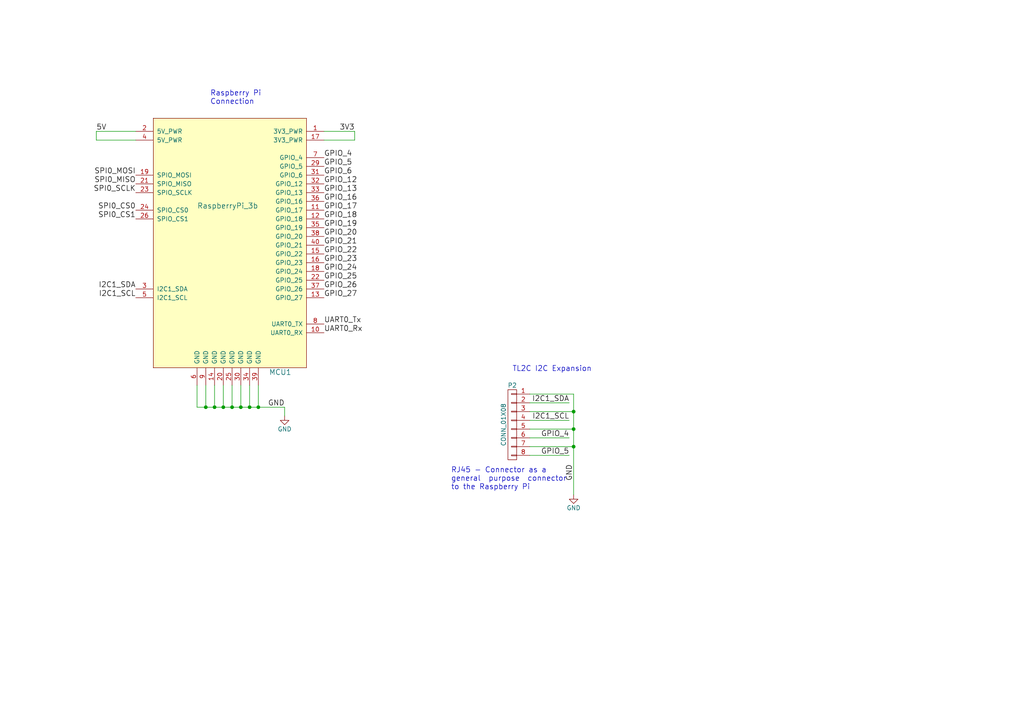
<source format=kicad_sch>
(kicad_sch (version 20230121) (generator eeschema)
  (paper "A4")
  (lib_symbols
    (symbol "Rpi_Adapter-rescue:CONN_01X08" (pin_names (offset 1.016) hide)
      (property "Reference" "P" (at 0 11.43 0))
      (property "Value" "CONN_01X08" (at 2.54 0 90))
      (symbol "CONN_01X08_0_1"
        (rectangle (start -1.27 -10.16) (end 1.27 10.16))
        (rectangle (start -1.27 -8.763) (end 0.254 -9.017))
        (rectangle (start -1.27 -6.223) (end 0.254 -6.477))
        (rectangle (start -1.27 -3.683) (end 0.254 -3.937))
        (rectangle (start -1.27 -1.143) (end 0.254 -1.397))
        (rectangle (start -1.27 1.397) (end 0.254 1.143))
        (rectangle (start -1.27 3.937) (end 0.254 3.683))
        (rectangle (start -1.27 6.477) (end 0.254 6.223))
        (rectangle (start -1.27 9.017) (end 0.254 8.763))
      )
      (symbol "CONN_01X08_1_1"
        (pin passive line (at -5.08 8.89 0) (length 3.81) (name "P1") (number "1"))
        (pin passive line (at -5.08 6.35 0) (length 3.81) (name "P2") (number "2"))
        (pin passive line (at -5.08 3.81 0) (length 3.81) (name "P3") (number "3"))
        (pin passive line (at -5.08 1.27 0) (length 3.81) (name "P4") (number "4"))
        (pin passive line (at -5.08 -1.27 0) (length 3.81) (name "P5") (number "5"))
        (pin passive line (at -5.08 -3.81 0) (length 3.81) (name "P6") (number "6"))
        (pin passive line (at -5.08 -6.35 0) (length 3.81) (name "P7") (number "7"))
        (pin passive line (at -5.08 -8.89 0) (length 3.81) (name "P8") (number "8"))
      )
    )
    (symbol "Rpi_Adapter-rescue:GND" (power) (pin_names (offset 0))
      (property "Value" "GND" (at 0 -3.81 0))
      (symbol "GND_0_1"
        (polyline (pts (xy 0 0) (xy 0 -1.27) (xy 1.27 -1.27) (xy 0 -2.54) (xy -1.27 -1.27) (xy 0 -1.27)))
      )
      (symbol "GND_1_1"
        (pin power_in line (at 0 0 270) (length 0) hide (name "GND") (number "1"))
      )
    )
    (symbol "Rpi_Adapter_Symbols:RaspberryPi_3b" (pin_names (offset 1.016))
      (property "Reference" "MCU" (at 13.97 -36.83 0))
      (property "Value" "RaspberryPi_3b" (at -1.27 11.43 0))
      (symbol "RaspberryPi_3b_0_1"
        (rectangle (start -22.86 36.83) (end 21.59 -35.56) (fill (type background)))
      )
      (symbol "RaspberryPi_3b_1_1"
        (pin input line (at 26.67 33.02 180) (length 5.08) (name "3V3_PWR") (number "1"))
        (pin input line (at 26.67 -25.4 180) (length 5.08) (name "UART0_RX") (number "10"))
        (pin input line (at 26.67 10.16 180) (length 5.08) (name "GPIO_17") (number "11"))
        (pin input line (at 26.67 7.62 180) (length 5.08) (name "GPIO_18") (number "12"))
        (pin input line (at 26.67 -15.24 180) (length 5.08) (name "GPIO_27") (number "13"))
        (pin input line (at -5.08 -40.64 90) (length 5.08) (name "GND") (number "14"))
        (pin input line (at 26.67 -2.54 180) (length 5.08) (name "GPIO_22") (number "15"))
        (pin input line (at 26.67 -5.08 180) (length 5.08) (name "GPIO_23") (number "16"))
        (pin input line (at 26.67 30.48 180) (length 5.08) (name "3V3_PWR") (number "17"))
        (pin input line (at 26.67 -7.62 180) (length 5.08) (name "GPIO_24") (number "18"))
        (pin input line (at -27.94 20.32 0) (length 5.08) (name "SPIO_MOSI") (number "19"))
        (pin input line (at -27.94 33.02 0) (length 5.08) (name "5V_PWR") (number "2"))
        (pin input line (at -2.54 -40.64 90) (length 5.08) (name "GND") (number "20"))
        (pin input line (at -27.94 17.78 0) (length 5.08) (name "SPIO_MISO") (number "21"))
        (pin input line (at 26.67 -10.16 180) (length 5.08) (name "GPIO_25") (number "22"))
        (pin input line (at -27.94 15.24 0) (length 5.08) (name "SPIO_SCLK") (number "23"))
        (pin input line (at -27.94 10.16 0) (length 5.08) (name "SPIO_CS0") (number "24"))
        (pin input line (at 0 -40.64 90) (length 5.08) (name "GND") (number "25"))
        (pin input line (at -27.94 7.62 0) (length 5.08) (name "SPIO_CS1") (number "26"))
        (pin no_connect line (at -27.94 -22.86 0) (length 5.08) hide (name "Reserved") (number "27"))
        (pin no_connect line (at -27.94 -25.4 0) (length 5.08) hide (name "Reserved") (number "28"))
        (pin input line (at 26.67 22.86 180) (length 5.08) (name "GPIO_5") (number "29"))
        (pin input line (at -27.94 -12.7 0) (length 5.08) (name "I2C1_SDA") (number "3"))
        (pin input line (at 2.54 -40.64 90) (length 5.08) (name "GND") (number "30"))
        (pin input line (at 26.67 20.32 180) (length 5.08) (name "GPIO_6") (number "31"))
        (pin input line (at 26.67 17.78 180) (length 5.08) (name "GPIO_12") (number "32"))
        (pin input line (at 26.67 15.24 180) (length 5.08) (name "GPIO_13") (number "33"))
        (pin input line (at 5.08 -40.64 90) (length 5.08) (name "GND") (number "34"))
        (pin input line (at 26.67 5.08 180) (length 5.08) (name "GPIO_19") (number "35"))
        (pin input line (at 26.67 12.7 180) (length 5.08) (name "GPIO_16") (number "36"))
        (pin input line (at 26.67 -12.7 180) (length 5.08) (name "GPIO_26") (number "37"))
        (pin input line (at 26.67 2.54 180) (length 5.08) (name "GPIO_20") (number "38"))
        (pin input line (at 7.62 -40.64 90) (length 5.08) (name "GND") (number "39"))
        (pin input line (at -27.94 30.48 0) (length 5.08) (name "5V_PWR") (number "4"))
        (pin input line (at 26.67 0 180) (length 5.08) (name "GPIO_21") (number "40"))
        (pin input line (at -27.94 -15.24 0) (length 5.08) (name "I2C1_SCL") (number "5"))
        (pin input line (at -10.16 -40.64 90) (length 5.08) (name "GND") (number "6"))
        (pin input line (at 26.67 25.4 180) (length 5.08) (name "GPIO_4") (number "7"))
        (pin input line (at 26.67 -22.86 180) (length 5.08) (name "UART0_TX") (number "8"))
        (pin input line (at -7.62 -40.64 90) (length 5.08) (name "GND") (number "9"))
      )
    )
  )
  (junction (at 74.93 118.11))
  (junction (at 166.37 119.38))
  (junction (at 59.69 118.11))
  (junction (at 67.31 118.11))
  (junction (at 64.77 118.11))
  (junction (at 166.37 124.46))
  (junction (at 62.23 118.11))
  (junction (at 69.85 118.11))
  (junction (at 72.39 118.11))
  (junction (at 166.37 129.54))
  (wire (pts (xy 69.85 118.11) (xy 72.39 118.11)))
  (wire (pts (xy 59.69 118.11) (xy 62.23 118.11)))
  (wire (pts (xy 153.67 119.38) (xy 166.37 119.38)))
  (wire (pts (xy 166.37 124.46) (xy 166.37 129.54)))
  (wire (pts (xy 59.69 111.76) (xy 59.69 118.11)))
  (wire (pts (xy 72.39 111.76) (xy 72.39 118.11)))
  (wire (pts (xy 153.67 116.84) (xy 165.1 116.84)))
  (wire (pts (xy 64.77 111.76) (xy 64.77 118.11)))
  (wire (pts (xy 166.37 119.38) (xy 166.37 124.46)))
  (wire (pts (xy 153.67 129.54) (xy 166.37 129.54)))
  (wire (pts (xy 74.93 118.11) (xy 82.55 118.11)))
  (wire (pts (xy 93.98 40.64) (xy 102.87 40.64)))
  (wire (pts (xy 166.37 129.54) (xy 166.37 143.51)))
  (wire (pts (xy 64.77 118.11) (xy 67.31 118.11)))
  (wire (pts (xy 82.55 118.11) (xy 82.55 120.65)))
  (wire (pts (xy 39.37 40.64) (xy 27.94 40.64)))
  (wire (pts (xy 153.67 127) (xy 165.1 127)))
  (wire (pts (xy 72.39 118.11) (xy 74.93 118.11)))
  (wire (pts (xy 62.23 111.76) (xy 62.23 118.11)))
  (wire (pts (xy 69.85 111.76) (xy 69.85 118.11)))
  (wire (pts (xy 62.23 118.11) (xy 64.77 118.11)))
  (wire (pts (xy 153.67 114.3) (xy 166.37 114.3)))
  (wire (pts (xy 153.67 124.46) (xy 166.37 124.46)))
  (wire (pts (xy 153.67 121.92) (xy 165.1 121.92)))
  (wire (pts (xy 102.87 38.1) (xy 93.98 38.1)))
  (wire (pts (xy 153.67 132.08) (xy 165.1 132.08)))
  (wire (pts (xy 74.93 118.11) (xy 74.93 111.76)))
  (wire (pts (xy 67.31 118.11) (xy 69.85 118.11)))
  (wire (pts (xy 102.87 40.64) (xy 102.87 38.1)))
  (wire (pts (xy 27.94 40.64) (xy 27.94 38.1)))
  (wire (pts (xy 57.15 111.76) (xy 57.15 118.11)))
  (wire (pts (xy 27.94 38.1) (xy 39.37 38.1)))
  (wire (pts (xy 57.15 118.11) (xy 59.69 118.11)))
  (wire (pts (xy 166.37 114.3) (xy 166.37 119.38)))
  (wire (pts (xy 67.31 111.76) (xy 67.31 118.11)))
  (text "RJ45 - Connector as a \ngeneral  purpose  connector \nto the Raspberry Pi" (at 130.81 142.24 0) (effects (font (size 1.524 1.524)) (justify left bottom)))
  (text "Raspberry Pi\nConnection" (at 60.96 30.48 0) (effects (font (size 1.524 1.524)) (justify left bottom)))
  (text "TL2C I2C Expansion" (at 148.59 107.95 0) (effects (font (size 1.524 1.524)) (justify left bottom)))
  (label "SPI0_CS1" (at 39.37 63.5 180) (effects (font (size 1.524 1.524))))
  (label "GPIO_6" (at 93.98 50.8 0) (effects (font (size 1.524 1.524))))
  (label "GPIO_4" (at 165.1 127 180) (effects (font (size 1.524 1.524))))
  (label "GPIO_5" (at 165.1 132.08 180) (effects (font (size 1.524 1.524))))
  (label "GPIO_13" (at 93.98 55.88 0) (effects (font (size 1.524 1.524))))
  (label "GND" (at 82.55 118.11 180) (effects (font (size 1.524 1.524))))
  (label "GPIO_19" (at 93.98 66.04 0) (effects (font (size 1.524 1.524))))
  (label "GPIO_18" (at 93.98 63.5 0) (effects (font (size 1.524 1.524))))
  (label "GPIO_23" (at 93.98 76.2 0) (effects (font (size 1.524 1.524))))
  (label "GPIO_4" (at 93.98 45.72 0) (effects (font (size 1.524 1.524))))
  (label "GPIO_12" (at 93.98 53.34 0) (effects (font (size 1.524 1.524))))
  (label "GPIO_17" (at 93.98 60.96 0) (effects (font (size 1.524 1.524))))
  (label "5V" (at 27.94 38.1 0) (effects (font (size 1.524 1.524))))
  (label "SPI0_CS0" (at 39.37 60.96 180) (effects (font (size 1.524 1.524))))
  (label "GPIO_26" (at 93.98 83.82 0) (effects (font (size 1.524 1.524))))
  (label "GPIO_27" (at 93.98 86.36 0) (effects (font (size 1.524 1.524))))
  (label "SPI0_MISO" (at 39.37 53.34 180) (effects (font (size 1.524 1.524))))
  (label "GND" (at 166.37 134.62 270) (effects (font (size 1.524 1.524))))
  (label "GPIO_24" (at 93.98 78.74 0) (effects (font (size 1.524 1.524))))
  (label "I2C1_SCL" (at 165.1 121.92 180) (effects (font (size 1.524 1.524))))
  (label "SPI0_SCLK" (at 39.37 55.88 180) (effects (font (size 1.524 1.524))))
  (label "I2C1_SDA" (at 165.1 116.84 180) (effects (font (size 1.524 1.524))))
  (label "SPI0_MOSI" (at 39.37 50.8 180) (effects (font (size 1.524 1.524))))
  (label "GPIO_22" (at 93.98 73.66 0) (effects (font (size 1.524 1.524))))
  (label "GPIO_25" (at 93.98 81.28 0) (effects (font (size 1.524 1.524))))
  (label "UART0_Tx" (at 93.98 93.98 0) (effects (font (size 1.524 1.524))))
  (label "GPIO_16" (at 93.98 58.42 0) (effects (font (size 1.524 1.524))))
  (label "GPIO_5" (at 93.98 48.26 0) (effects (font (size 1.524 1.524))))
  (label "I2C1_SCL" (at 39.37 86.36 180) (effects (font (size 1.524 1.524))))
  (label "GPIO_21" (at 93.98 71.12 0) (effects (font (size 1.524 1.524))))
  (label "GPIO_20" (at 93.98 68.58 0) (effects (font (size 1.524 1.524))))
  (label "3V3" (at 102.87 38.1 180) (effects (font (size 1.524 1.524))))
  (label "UART0_Rx" (at 93.98 96.52 0) (effects (font (size 1.524 1.524))))
  (label "I2C1_SDA" (at 39.37 83.82 180) (effects (font (size 1.524 1.524))))
  (symbol (lib_id "Rpi_Adapter_Symbols:RaspberryPi_3b") (at 67.31 71.12 0) (unit 1)
    (property "Reference" "MCU1" (at 81.28 107.95 0) (effects (font (size 1.524 1.524))))
    (property "Value" "RaspberryPi_3b" (at 66.04 59.69 0) (effects (font (size 1.524 1.524))))
    (property "Footprint" "Socket_Strips:Socket_Strip_Straight_2x20_Pitch2.54mm" (effects hide))
  )
  (symbol (lib_id "Rpi_Adapter-rescue:GND") (at 82.55 120.65 0) (unit 1)
    (property "Reference" "#PWR01" (effects hide))
    (property "Value" "GND" (at 82.55 124.46 0))
  )
  (symbol (lib_id "Rpi_Adapter-rescue:GND") (at 166.37 143.51 0) (unit 1)
    (property "Reference" "#PWR02" (effects hide))
    (property "Value" "GND" (at 166.37 147.32 0))
  )
  (symbol (lib_id "Rpi_Adapter-rescue:CONN_01X08") (at 148.59 123.19 0) (mirror y) (unit 1)
    (property "Reference" "P2" (at 148.59 111.76 0))
    (property "Value" "CONN_01X08" (at 146.05 123.19 90))
    (property "Footprint" "tl2c-footprint:RJ45_8P8C" (effects hide))
  )
)
</source>
